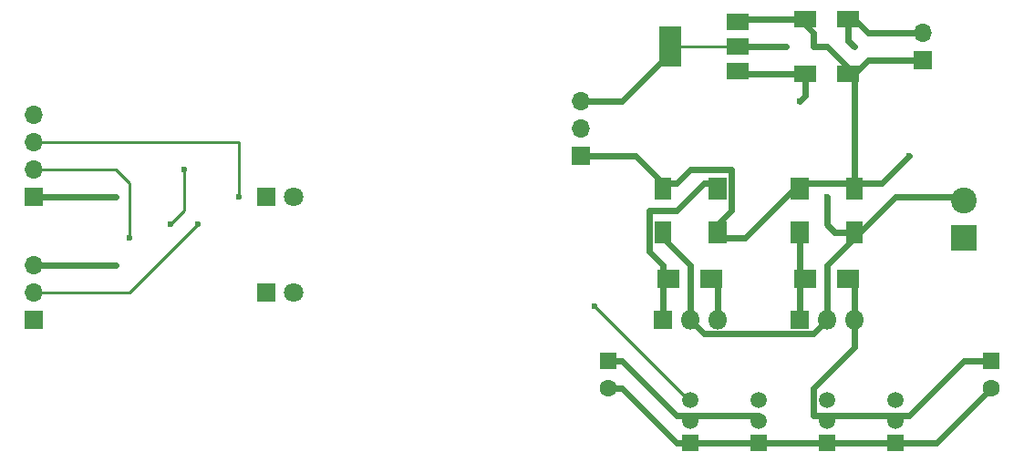
<source format=gbr>
G04 #@! TF.FileFunction,Copper,L2,Bot,Signal*
%FSLAX46Y46*%
G04 Gerber Fmt 4.6, Leading zero omitted, Abs format (unit mm)*
G04 Created by KiCad (PCBNEW 4.0.7) date Saturday, February 10, 2018 'PMt' 05:25:13 PM*
%MOMM*%
%LPD*%
G01*
G04 APERTURE LIST*
%ADD10C,0.100000*%
%ADD11C,2.400000*%
%ADD12R,2.400000X2.400000*%
%ADD13R,2.000000X1.700000*%
%ADD14R,1.700000X2.000000*%
%ADD15R,2.000000X1.600000*%
%ADD16R,1.600000X2.000000*%
%ADD17R,1.800000X1.800000*%
%ADD18O,1.800000X1.800000*%
%ADD19R,1.500000X1.500000*%
%ADD20C,1.500000*%
%ADD21C,1.800000*%
%ADD22R,1.700000X1.700000*%
%ADD23O,1.700000X1.700000*%
%ADD24R,1.600000X1.600000*%
%ADD25C,1.600000*%
%ADD26R,2.000000X3.800000*%
%ADD27R,2.000000X1.500000*%
%ADD28C,0.600000*%
%ADD29C,0.250000*%
%ADD30C,0.600000*%
G04 APERTURE END LIST*
D10*
D11*
X148590000Y-79050000D03*
D12*
X148590000Y-82550000D03*
D13*
X137890000Y-86360000D03*
X133890000Y-86360000D03*
D14*
X133350000Y-82010000D03*
X133350000Y-78010000D03*
D15*
X133890000Y-67310000D03*
X137890000Y-67310000D03*
X137890000Y-62230000D03*
X133890000Y-62230000D03*
D16*
X138430000Y-82010000D03*
X138430000Y-78010000D03*
X120650000Y-82010000D03*
X120650000Y-78010000D03*
D13*
X125190000Y-86360000D03*
X121190000Y-86360000D03*
D14*
X125730000Y-78010000D03*
X125730000Y-82010000D03*
D17*
X133350000Y-90170000D03*
D18*
X135890000Y-90170000D03*
X138430000Y-90170000D03*
D17*
X120650000Y-90170000D03*
D18*
X123190000Y-90170000D03*
X125730000Y-90170000D03*
D19*
X142240000Y-101600000D03*
D20*
X142240000Y-99600000D03*
X142240000Y-97600000D03*
D19*
X135890000Y-101600000D03*
D20*
X135890000Y-99600000D03*
X135890000Y-97600000D03*
D19*
X129540000Y-101600000D03*
D20*
X129540000Y-99600000D03*
X129540000Y-97600000D03*
D19*
X123190000Y-101600000D03*
D20*
X123190000Y-99600000D03*
X123190000Y-97600000D03*
D17*
X83820000Y-78740000D03*
D21*
X86360000Y-78740000D03*
D17*
X83820000Y-87630000D03*
D21*
X86360000Y-87630000D03*
D22*
X144780000Y-66040000D03*
D23*
X144780000Y-63500000D03*
D22*
X62230000Y-78740000D03*
D23*
X62230000Y-76200000D03*
X62230000Y-73660000D03*
X62230000Y-71120000D03*
D22*
X113030000Y-74930000D03*
D23*
X113030000Y-72390000D03*
X113030000Y-69850000D03*
D22*
X62230000Y-90170000D03*
D23*
X62230000Y-87630000D03*
X62230000Y-85090000D03*
D24*
X151130000Y-93980000D03*
D25*
X151130000Y-96480000D03*
D24*
X115570000Y-93980000D03*
D25*
X115570000Y-96480000D03*
D26*
X121310000Y-64770000D03*
D27*
X127610000Y-64770000D03*
X127610000Y-67070000D03*
X127610000Y-62470000D03*
D28*
X76200000Y-76200000D03*
X74930000Y-81280000D03*
X69850000Y-78740000D03*
X133350000Y-69850000D03*
X135890000Y-78740000D03*
X138430000Y-64770000D03*
X132080000Y-64770000D03*
X71120000Y-82550000D03*
X81280000Y-78740000D03*
X114300000Y-88900000D03*
X143510000Y-74930000D03*
X69850000Y-85090000D03*
X77470000Y-81280000D03*
D29*
X76200000Y-80010000D02*
X76200000Y-76200000D01*
X74930000Y-81280000D02*
X76200000Y-80010000D01*
D30*
X69850000Y-78740000D02*
X62230000Y-78740000D01*
X133890000Y-86360000D02*
X133350000Y-86360000D01*
X133350000Y-86360000D02*
X133350000Y-82010000D01*
X133350000Y-90170000D02*
X133350000Y-86360000D01*
X133350000Y-86360000D02*
X133890000Y-86360000D01*
X138430000Y-82010000D02*
X136620000Y-82010000D01*
X133890000Y-69310000D02*
X133890000Y-67310000D01*
X133350000Y-69850000D02*
X133890000Y-69310000D01*
X135890000Y-81280000D02*
X135890000Y-78740000D01*
X136620000Y-82010000D02*
X135890000Y-81280000D01*
X133890000Y-67310000D02*
X133350000Y-67310000D01*
X138430000Y-82550000D02*
X138430000Y-82010000D01*
X138430000Y-82010000D02*
X138430000Y-82550000D01*
X138430000Y-82550000D02*
X142240000Y-78740000D01*
X142240000Y-78740000D02*
X148590000Y-78740000D01*
X148590000Y-78740000D02*
X148590000Y-79050000D01*
X123190000Y-90170000D02*
X123190000Y-85090000D01*
X123190000Y-85090000D02*
X120650000Y-82550000D01*
X120650000Y-82550000D02*
X120650000Y-82010000D01*
X138430000Y-82010000D02*
X138430000Y-82550000D01*
X138430000Y-82550000D02*
X135890000Y-85090000D01*
X135890000Y-85090000D02*
X135890000Y-90170000D01*
X135890000Y-90170000D02*
X134620000Y-91440000D01*
X134620000Y-91440000D02*
X124460000Y-91440000D01*
X124460000Y-91440000D02*
X123190000Y-90170000D01*
X127610000Y-67070000D02*
X127000000Y-67310000D01*
X127000000Y-67310000D02*
X133890000Y-67310000D01*
X127610000Y-64770000D02*
X132080000Y-64770000D01*
X137890000Y-64230000D02*
X137890000Y-62230000D01*
X138430000Y-64770000D02*
X137890000Y-64230000D01*
X121310000Y-64770000D02*
X121920000Y-64770000D01*
X121920000Y-64770000D02*
X116840000Y-69850000D01*
X116840000Y-69850000D02*
X113030000Y-69850000D01*
X137160000Y-62230000D02*
X137890000Y-62230000D01*
X137890000Y-62230000D02*
X138430000Y-62230000D01*
X138430000Y-62230000D02*
X139700000Y-63500000D01*
X139700000Y-63500000D02*
X144780000Y-63500000D01*
D29*
X121310000Y-64770000D02*
X121920000Y-64770000D01*
X137160000Y-62230000D02*
X137890000Y-62230000D01*
X137890000Y-62230000D02*
X138430000Y-62230000D01*
X127610000Y-64770000D02*
X121310000Y-64770000D01*
D30*
X142240000Y-99600000D02*
X142240000Y-99060000D01*
X142240000Y-99060000D02*
X143510000Y-99060000D01*
X143510000Y-99060000D02*
X148590000Y-93980000D01*
X148590000Y-93980000D02*
X151130000Y-93980000D01*
X138430000Y-90170000D02*
X138430000Y-92710000D01*
X138430000Y-92710000D02*
X134620000Y-96520000D01*
X134620000Y-96520000D02*
X134620000Y-99060000D01*
X134620000Y-99060000D02*
X135890000Y-99060000D01*
X135890000Y-99060000D02*
X135890000Y-99600000D01*
X135890000Y-99600000D02*
X135890000Y-99060000D01*
X135890000Y-99060000D02*
X142240000Y-99060000D01*
X142240000Y-99060000D02*
X142240000Y-99600000D01*
X138430000Y-90170000D02*
X138430000Y-86360000D01*
X138430000Y-86360000D02*
X137890000Y-86360000D01*
X123190000Y-99600000D02*
X123190000Y-99060000D01*
X123190000Y-99060000D02*
X121920000Y-99060000D01*
X121920000Y-99060000D02*
X116840000Y-93980000D01*
X116840000Y-93980000D02*
X115570000Y-93980000D01*
X123190000Y-99600000D02*
X123190000Y-99060000D01*
X123190000Y-99060000D02*
X129540000Y-99060000D01*
X129540000Y-99060000D02*
X129540000Y-99600000D01*
X125730000Y-90170000D02*
X125730000Y-86360000D01*
X125730000Y-86360000D02*
X125190000Y-86360000D01*
D29*
X69850000Y-76200000D02*
X62230000Y-76200000D01*
X71120000Y-77470000D02*
X69850000Y-76200000D01*
X71120000Y-82550000D02*
X71120000Y-77470000D01*
X81280000Y-73660000D02*
X62230000Y-73660000D01*
X81280000Y-78740000D02*
X81280000Y-73660000D01*
D30*
X121190000Y-86360000D02*
X120650000Y-86360000D01*
X120650000Y-86360000D02*
X120650000Y-85090000D01*
X120650000Y-85090000D02*
X119380000Y-83820000D01*
X119380000Y-83820000D02*
X119380000Y-80010000D01*
X119380000Y-80010000D02*
X121920000Y-80010000D01*
X121920000Y-80010000D02*
X124460000Y-77470000D01*
X124460000Y-77470000D02*
X125730000Y-77470000D01*
X125730000Y-77470000D02*
X125730000Y-78010000D01*
X120650000Y-90170000D02*
X120650000Y-86360000D01*
X120650000Y-86360000D02*
X121190000Y-86360000D01*
D29*
X123190000Y-97600000D02*
X123190000Y-97790000D01*
X123190000Y-97790000D02*
X114300000Y-88900000D01*
D30*
X137890000Y-67310000D02*
X138430000Y-67310000D01*
X138430000Y-67310000D02*
X135890000Y-64770000D01*
X135890000Y-64770000D02*
X134620000Y-64770000D01*
X134620000Y-64770000D02*
X134620000Y-63500000D01*
X134620000Y-63500000D02*
X133350000Y-62230000D01*
X133350000Y-62230000D02*
X133890000Y-62230000D01*
X125730000Y-82010000D02*
X125730000Y-81280000D01*
X125730000Y-81280000D02*
X127000000Y-80010000D01*
X127000000Y-80010000D02*
X127000000Y-76200000D01*
X127000000Y-76200000D02*
X123190000Y-76200000D01*
X123190000Y-76200000D02*
X121920000Y-77470000D01*
X121920000Y-77470000D02*
X120650000Y-77470000D01*
X120650000Y-77470000D02*
X120650000Y-78010000D01*
X137890000Y-67310000D02*
X138430000Y-67310000D01*
X133350000Y-62230000D02*
X133890000Y-62230000D01*
X143510000Y-74930000D02*
X140970000Y-77470000D01*
X140970000Y-77470000D02*
X138430000Y-77470000D01*
X138430000Y-77470000D02*
X138430000Y-78010000D01*
X123190000Y-101600000D02*
X121920000Y-101600000D01*
X121920000Y-101600000D02*
X116840000Y-96520000D01*
X116840000Y-96520000D02*
X115570000Y-96520000D01*
X115570000Y-96520000D02*
X115570000Y-96480000D01*
X133350000Y-78010000D02*
X133350000Y-77470000D01*
X133350000Y-77470000D02*
X128270000Y-82550000D01*
X128270000Y-82550000D02*
X125730000Y-82550000D01*
X125730000Y-82550000D02*
X125730000Y-82010000D01*
X151130000Y-96480000D02*
X151130000Y-96520000D01*
X151130000Y-96520000D02*
X146050000Y-101600000D01*
X146050000Y-101600000D02*
X142240000Y-101600000D01*
X120650000Y-78010000D02*
X120650000Y-77470000D01*
X120650000Y-77470000D02*
X118110000Y-74930000D01*
X118110000Y-74930000D02*
X113030000Y-74930000D01*
X137890000Y-67310000D02*
X138430000Y-67310000D01*
X138430000Y-67310000D02*
X139700000Y-66040000D01*
X139700000Y-66040000D02*
X144780000Y-66040000D01*
X138430000Y-78010000D02*
X138430000Y-67310000D01*
X138430000Y-67310000D02*
X137890000Y-67310000D01*
X133890000Y-62230000D02*
X127000000Y-62230000D01*
X127000000Y-62230000D02*
X127610000Y-62470000D01*
X142240000Y-101600000D02*
X135890000Y-101600000D01*
X135890000Y-101600000D02*
X129540000Y-101600000D01*
X129540000Y-101600000D02*
X123190000Y-101600000D01*
X138430000Y-78010000D02*
X138430000Y-77470000D01*
X138430000Y-77470000D02*
X133350000Y-77470000D01*
X133350000Y-77470000D02*
X133350000Y-78010000D01*
X69850000Y-85090000D02*
X62230000Y-85090000D01*
D29*
X62230000Y-87630000D02*
X71120000Y-87630000D01*
X71120000Y-87630000D02*
X77470000Y-81280000D01*
M02*

</source>
